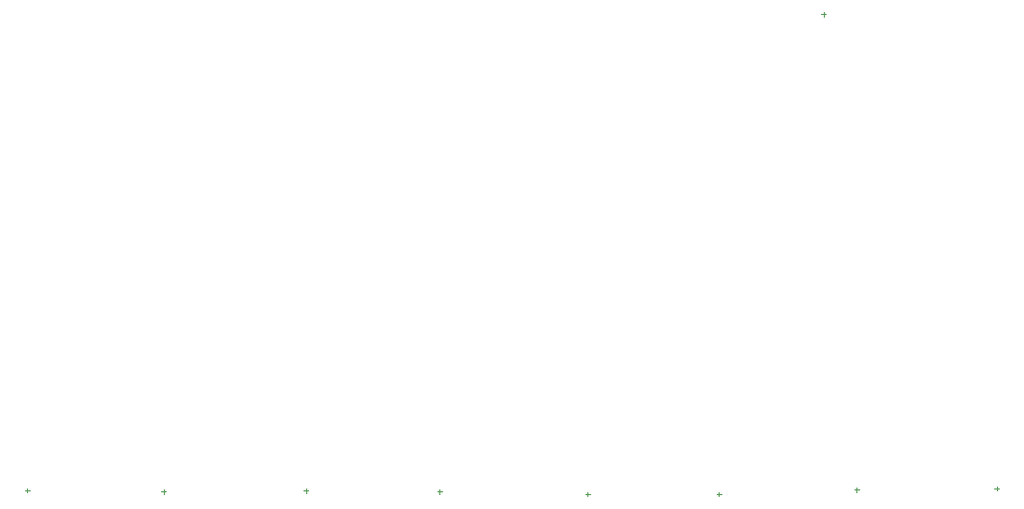
<source format=gm1>
G04 Layer_Color=16711935*
%FSLAX25Y25*%
%MOIN*%
G70*
G01*
G75*
%ADD105C,0.00394*%
D105*
X211413Y47600D02*
X212987D01*
X212200Y46813D02*
Y48387D01*
X163513Y47900D02*
X165087D01*
X164300Y47113D02*
Y48687D01*
X410913Y48700D02*
X412487D01*
X411700Y47913D02*
Y49487D01*
X360813Y48300D02*
X362387D01*
X361600Y47513D02*
Y49087D01*
X311413Y46700D02*
X312987D01*
X312200Y45913D02*
Y47487D01*
X349700Y217813D02*
Y219387D01*
X348913Y218600D02*
X350487D01*
X112613Y47600D02*
X114187D01*
X113400Y46813D02*
Y48387D01*
X63713Y48000D02*
X65287D01*
X64500Y47213D02*
Y48787D01*
X264413Y46700D02*
X265987D01*
X265200Y45913D02*
Y47487D01*
M02*

</source>
